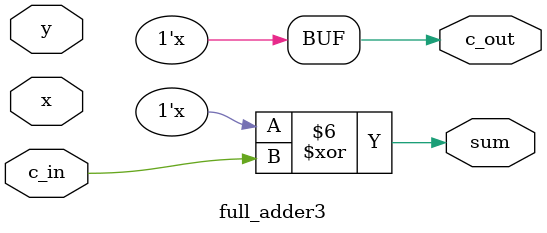
<source format=v>
module half_adder(a, b, sum, carry);
    input a, b;
    output reg sum, carry;
    always @(a or b)
    begin
        sum <= a ^ b;
        carry <= a & b;
    end
endmodule


module full_adder1(x, y, c_in, c_out, sum);
    input x, y, c_in;
    output reg c_out, sum;

    wire c1, c2, s1;

    half_adder a(x, y, s1, c1);
    half_adder b(c_in, s1, sum, c2);
    or(c_out, c1, c2);
endmodule

module full_adder2(x, y, c_in, c_out, sum);
    input x, y, c_in;
    output c_out, sum;

    wire c1, c2, s1;
    assign s1 = x^y;
    assign c1 = x&y;
    assign sum = c_in ^ s1;
    assign c2 = c_in & s1;
    assign c_out = c1 | c2;
endmodule

module full_adder3(x, y, c_in, c_out, sum);
    input x, y, c_in;
    output reg c_out, sum;

    reg c1, c2, s1;
    always@(*)
    begin
        s1 <= x^y;
        c1 <= x&y;
        c2 <= c_in & s1;
        c_out <= c1 | c2;
        sum <= s1 ^ c_in;
    end
endmodule
</source>
